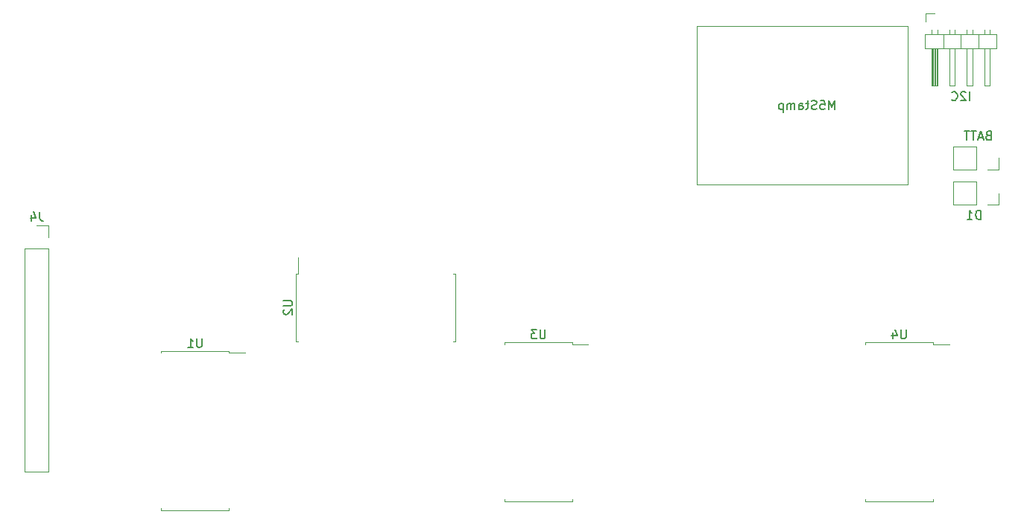
<source format=gbo>
%TF.GenerationSoftware,KiCad,Pcbnew,(5.1.8)-1*%
%TF.CreationDate,2021-11-23T00:18:45+09:00*%
%TF.ProjectId,pc1245,70633132-3435-42e6-9b69-6361645f7063,rev?*%
%TF.SameCoordinates,Original*%
%TF.FileFunction,Legend,Bot*%
%TF.FilePolarity,Positive*%
%FSLAX46Y46*%
G04 Gerber Fmt 4.6, Leading zero omitted, Abs format (unit mm)*
G04 Created by KiCad (PCBNEW (5.1.8)-1) date 2021-11-23 00:18:45*
%MOMM*%
%LPD*%
G01*
G04 APERTURE LIST*
%ADD10C,0.120000*%
%ADD11C,0.150000*%
G04 APERTURE END LIST*
D10*
%TO.C,M5Stamp*%
X161000000Y-86000000D02*
X185000000Y-86000000D01*
X161000000Y-68000000D02*
X161000000Y-86000000D01*
X185000000Y-68000000D02*
X161000000Y-68000000D01*
X185000000Y-86000000D02*
X185000000Y-68000000D01*
%TO.C,BATT*%
X190130000Y-84330000D02*
X190130000Y-81670000D01*
X192730000Y-84330000D02*
X190130000Y-84330000D01*
X192730000Y-81670000D02*
X190130000Y-81670000D01*
X192730000Y-84330000D02*
X192730000Y-81670000D01*
X194000000Y-84330000D02*
X195330000Y-84330000D01*
X195330000Y-84330000D02*
X195330000Y-83000000D01*
%TO.C,U1*%
X107860000Y-105185000D02*
X109675000Y-105185000D01*
X107860000Y-104940000D02*
X107860000Y-105185000D01*
X104000000Y-104940000D02*
X107860000Y-104940000D01*
X100140000Y-104940000D02*
X100140000Y-105185000D01*
X104000000Y-104940000D02*
X100140000Y-104940000D01*
X107860000Y-123060000D02*
X107860000Y-122815000D01*
X104000000Y-123060000D02*
X107860000Y-123060000D01*
X100140000Y-123060000D02*
X100140000Y-122815000D01*
X104000000Y-123060000D02*
X100140000Y-123060000D01*
%TO.C,U2*%
X133560000Y-100000000D02*
X133560000Y-103860000D01*
X133560000Y-103860000D02*
X133315000Y-103860000D01*
X133560000Y-100000000D02*
X133560000Y-96140000D01*
X133560000Y-96140000D02*
X133315000Y-96140000D01*
X115440000Y-100000000D02*
X115440000Y-103860000D01*
X115440000Y-103860000D02*
X115685000Y-103860000D01*
X115440000Y-100000000D02*
X115440000Y-96140000D01*
X115440000Y-96140000D02*
X115685000Y-96140000D01*
X115685000Y-96140000D02*
X115685000Y-94325000D01*
%TO.C,U3*%
X143000000Y-122060000D02*
X139140000Y-122060000D01*
X139140000Y-122060000D02*
X139140000Y-121815000D01*
X143000000Y-122060000D02*
X146860000Y-122060000D01*
X146860000Y-122060000D02*
X146860000Y-121815000D01*
X143000000Y-103940000D02*
X139140000Y-103940000D01*
X139140000Y-103940000D02*
X139140000Y-104185000D01*
X143000000Y-103940000D02*
X146860000Y-103940000D01*
X146860000Y-103940000D02*
X146860000Y-104185000D01*
X146860000Y-104185000D02*
X148675000Y-104185000D01*
%TO.C,U4*%
X187860000Y-104185000D02*
X189675000Y-104185000D01*
X187860000Y-103940000D02*
X187860000Y-104185000D01*
X184000000Y-103940000D02*
X187860000Y-103940000D01*
X180140000Y-103940000D02*
X180140000Y-104185000D01*
X184000000Y-103940000D02*
X180140000Y-103940000D01*
X187860000Y-122060000D02*
X187860000Y-121815000D01*
X184000000Y-122060000D02*
X187860000Y-122060000D01*
X180140000Y-122060000D02*
X180140000Y-121815000D01*
X184000000Y-122060000D02*
X180140000Y-122060000D01*
%TO.C,J4*%
X87330000Y-90670000D02*
X86000000Y-90670000D01*
X87330000Y-92000000D02*
X87330000Y-90670000D01*
X87330000Y-93270000D02*
X84670000Y-93270000D01*
X84670000Y-93270000D02*
X84670000Y-118730000D01*
X87330000Y-93270000D02*
X87330000Y-118730000D01*
X87330000Y-118730000D02*
X84670000Y-118730000D01*
%TO.C,I2C*%
X187000000Y-66500000D02*
X187000000Y-67500000D01*
X188000000Y-66500000D02*
X187000000Y-66500000D01*
X194310000Y-68382114D02*
X194310000Y-68940000D01*
X193690000Y-68382114D02*
X193690000Y-68940000D01*
X194310000Y-74760000D02*
X194310000Y-70560000D01*
X193690000Y-74760000D02*
X194310000Y-74760000D01*
X193690000Y-70560000D02*
X193690000Y-74760000D01*
X193000000Y-68940000D02*
X193000000Y-70560000D01*
X192310000Y-68382114D02*
X192310000Y-68940000D01*
X191690000Y-68382114D02*
X191690000Y-68940000D01*
X192310000Y-74760000D02*
X192310000Y-70560000D01*
X191690000Y-74760000D02*
X192310000Y-74760000D01*
X191690000Y-70560000D02*
X191690000Y-74760000D01*
X191000000Y-68940000D02*
X191000000Y-70560000D01*
X190310000Y-68382114D02*
X190310000Y-68940000D01*
X189690000Y-68382114D02*
X189690000Y-68940000D01*
X190310000Y-74760000D02*
X190310000Y-70560000D01*
X189690000Y-74760000D02*
X190310000Y-74760000D01*
X189690000Y-70560000D02*
X189690000Y-74760000D01*
X189000000Y-68940000D02*
X189000000Y-70560000D01*
X188310000Y-68435000D02*
X188310000Y-68940000D01*
X187690000Y-68435000D02*
X187690000Y-68940000D01*
X188230000Y-70560000D02*
X188230000Y-74760000D01*
X188110000Y-70560000D02*
X188110000Y-74760000D01*
X187990000Y-70560000D02*
X187990000Y-74760000D01*
X187870000Y-70560000D02*
X187870000Y-74760000D01*
X187750000Y-70560000D02*
X187750000Y-74760000D01*
X188310000Y-74760000D02*
X188310000Y-70560000D01*
X187690000Y-74760000D02*
X188310000Y-74760000D01*
X187690000Y-70560000D02*
X187690000Y-74760000D01*
X186940000Y-70560000D02*
X186940000Y-68940000D01*
X195060000Y-70560000D02*
X186940000Y-70560000D01*
X195060000Y-68940000D02*
X195060000Y-70560000D01*
X186940000Y-68940000D02*
X195060000Y-68940000D01*
%TO.C,D1*%
X195330000Y-88330000D02*
X195330000Y-87000000D01*
X194000000Y-88330000D02*
X195330000Y-88330000D01*
X192730000Y-88330000D02*
X192730000Y-85670000D01*
X192730000Y-85670000D02*
X190130000Y-85670000D01*
X192730000Y-88330000D02*
X190130000Y-88330000D01*
X190130000Y-88330000D02*
X190130000Y-85670000D01*
%TO.C,M5Stamp*%
D11*
X176642857Y-77452380D02*
X176642857Y-76452380D01*
X176309523Y-77166666D01*
X175976190Y-76452380D01*
X175976190Y-77452380D01*
X175023809Y-76452380D02*
X175500000Y-76452380D01*
X175547619Y-76928571D01*
X175500000Y-76880952D01*
X175404761Y-76833333D01*
X175166666Y-76833333D01*
X175071428Y-76880952D01*
X175023809Y-76928571D01*
X174976190Y-77023809D01*
X174976190Y-77261904D01*
X175023809Y-77357142D01*
X175071428Y-77404761D01*
X175166666Y-77452380D01*
X175404761Y-77452380D01*
X175500000Y-77404761D01*
X175547619Y-77357142D01*
X174595238Y-77404761D02*
X174452380Y-77452380D01*
X174214285Y-77452380D01*
X174119047Y-77404761D01*
X174071428Y-77357142D01*
X174023809Y-77261904D01*
X174023809Y-77166666D01*
X174071428Y-77071428D01*
X174119047Y-77023809D01*
X174214285Y-76976190D01*
X174404761Y-76928571D01*
X174500000Y-76880952D01*
X174547619Y-76833333D01*
X174595238Y-76738095D01*
X174595238Y-76642857D01*
X174547619Y-76547619D01*
X174500000Y-76500000D01*
X174404761Y-76452380D01*
X174166666Y-76452380D01*
X174023809Y-76500000D01*
X173738095Y-76785714D02*
X173357142Y-76785714D01*
X173595238Y-76452380D02*
X173595238Y-77309523D01*
X173547619Y-77404761D01*
X173452380Y-77452380D01*
X173357142Y-77452380D01*
X172595238Y-77452380D02*
X172595238Y-76928571D01*
X172642857Y-76833333D01*
X172738095Y-76785714D01*
X172928571Y-76785714D01*
X173023809Y-76833333D01*
X172595238Y-77404761D02*
X172690476Y-77452380D01*
X172928571Y-77452380D01*
X173023809Y-77404761D01*
X173071428Y-77309523D01*
X173071428Y-77214285D01*
X173023809Y-77119047D01*
X172928571Y-77071428D01*
X172690476Y-77071428D01*
X172595238Y-77023809D01*
X172119047Y-77452380D02*
X172119047Y-76785714D01*
X172119047Y-76880952D02*
X172071428Y-76833333D01*
X171976190Y-76785714D01*
X171833333Y-76785714D01*
X171738095Y-76833333D01*
X171690476Y-76928571D01*
X171690476Y-77452380D01*
X171690476Y-76928571D02*
X171642857Y-76833333D01*
X171547619Y-76785714D01*
X171404761Y-76785714D01*
X171309523Y-76833333D01*
X171261904Y-76928571D01*
X171261904Y-77452380D01*
X170785714Y-76785714D02*
X170785714Y-77785714D01*
X170785714Y-76833333D02*
X170690476Y-76785714D01*
X170500000Y-76785714D01*
X170404761Y-76833333D01*
X170357142Y-76880952D01*
X170309523Y-76976190D01*
X170309523Y-77261904D01*
X170357142Y-77357142D01*
X170404761Y-77404761D01*
X170500000Y-77452380D01*
X170690476Y-77452380D01*
X170785714Y-77404761D01*
%TO.C,BATT*%
X194119047Y-80428571D02*
X193976190Y-80476190D01*
X193928571Y-80523809D01*
X193880952Y-80619047D01*
X193880952Y-80761904D01*
X193928571Y-80857142D01*
X193976190Y-80904761D01*
X194071428Y-80952380D01*
X194452380Y-80952380D01*
X194452380Y-79952380D01*
X194119047Y-79952380D01*
X194023809Y-80000000D01*
X193976190Y-80047619D01*
X193928571Y-80142857D01*
X193928571Y-80238095D01*
X193976190Y-80333333D01*
X194023809Y-80380952D01*
X194119047Y-80428571D01*
X194452380Y-80428571D01*
X193500000Y-80666666D02*
X193023809Y-80666666D01*
X193595238Y-80952380D02*
X193261904Y-79952380D01*
X192928571Y-80952380D01*
X192738095Y-79952380D02*
X192166666Y-79952380D01*
X192452380Y-80952380D02*
X192452380Y-79952380D01*
X191976190Y-79952380D02*
X191404761Y-79952380D01*
X191690476Y-80952380D02*
X191690476Y-79952380D01*
%TO.C,U1*%
X104761904Y-103552380D02*
X104761904Y-104361904D01*
X104714285Y-104457142D01*
X104666666Y-104504761D01*
X104571428Y-104552380D01*
X104380952Y-104552380D01*
X104285714Y-104504761D01*
X104238095Y-104457142D01*
X104190476Y-104361904D01*
X104190476Y-103552380D01*
X103190476Y-104552380D02*
X103761904Y-104552380D01*
X103476190Y-104552380D02*
X103476190Y-103552380D01*
X103571428Y-103695238D01*
X103666666Y-103790476D01*
X103761904Y-103838095D01*
%TO.C,U2*%
X114052380Y-99238095D02*
X114861904Y-99238095D01*
X114957142Y-99285714D01*
X115004761Y-99333333D01*
X115052380Y-99428571D01*
X115052380Y-99619047D01*
X115004761Y-99714285D01*
X114957142Y-99761904D01*
X114861904Y-99809523D01*
X114052380Y-99809523D01*
X114147619Y-100238095D02*
X114100000Y-100285714D01*
X114052380Y-100380952D01*
X114052380Y-100619047D01*
X114100000Y-100714285D01*
X114147619Y-100761904D01*
X114242857Y-100809523D01*
X114338095Y-100809523D01*
X114480952Y-100761904D01*
X115052380Y-100190476D01*
X115052380Y-100809523D01*
%TO.C,U3*%
X143761904Y-102552380D02*
X143761904Y-103361904D01*
X143714285Y-103457142D01*
X143666666Y-103504761D01*
X143571428Y-103552380D01*
X143380952Y-103552380D01*
X143285714Y-103504761D01*
X143238095Y-103457142D01*
X143190476Y-103361904D01*
X143190476Y-102552380D01*
X142809523Y-102552380D02*
X142190476Y-102552380D01*
X142523809Y-102933333D01*
X142380952Y-102933333D01*
X142285714Y-102980952D01*
X142238095Y-103028571D01*
X142190476Y-103123809D01*
X142190476Y-103361904D01*
X142238095Y-103457142D01*
X142285714Y-103504761D01*
X142380952Y-103552380D01*
X142666666Y-103552380D01*
X142761904Y-103504761D01*
X142809523Y-103457142D01*
%TO.C,U4*%
X184761904Y-102552380D02*
X184761904Y-103361904D01*
X184714285Y-103457142D01*
X184666666Y-103504761D01*
X184571428Y-103552380D01*
X184380952Y-103552380D01*
X184285714Y-103504761D01*
X184238095Y-103457142D01*
X184190476Y-103361904D01*
X184190476Y-102552380D01*
X183285714Y-102885714D02*
X183285714Y-103552380D01*
X183523809Y-102504761D02*
X183761904Y-103219047D01*
X183142857Y-103219047D01*
%TO.C,J4*%
X86333333Y-89122380D02*
X86333333Y-89836666D01*
X86380952Y-89979523D01*
X86476190Y-90074761D01*
X86619047Y-90122380D01*
X86714285Y-90122380D01*
X85428571Y-89455714D02*
X85428571Y-90122380D01*
X85666666Y-89074761D02*
X85904761Y-89789047D01*
X85285714Y-89789047D01*
%TO.C,I2C*%
X191976190Y-76452380D02*
X191976190Y-75452380D01*
X191547619Y-75547619D02*
X191500000Y-75500000D01*
X191404761Y-75452380D01*
X191166666Y-75452380D01*
X191071428Y-75500000D01*
X191023809Y-75547619D01*
X190976190Y-75642857D01*
X190976190Y-75738095D01*
X191023809Y-75880952D01*
X191595238Y-76452380D01*
X190976190Y-76452380D01*
X189976190Y-76357142D02*
X190023809Y-76404761D01*
X190166666Y-76452380D01*
X190261904Y-76452380D01*
X190404761Y-76404761D01*
X190500000Y-76309523D01*
X190547619Y-76214285D01*
X190595238Y-76023809D01*
X190595238Y-75880952D01*
X190547619Y-75690476D01*
X190500000Y-75595238D01*
X190404761Y-75500000D01*
X190261904Y-75452380D01*
X190166666Y-75452380D01*
X190023809Y-75500000D01*
X189976190Y-75547619D01*
%TO.C,D1*%
X193238095Y-89952380D02*
X193238095Y-88952380D01*
X193000000Y-88952380D01*
X192857142Y-89000000D01*
X192761904Y-89095238D01*
X192714285Y-89190476D01*
X192666666Y-89380952D01*
X192666666Y-89523809D01*
X192714285Y-89714285D01*
X192761904Y-89809523D01*
X192857142Y-89904761D01*
X193000000Y-89952380D01*
X193238095Y-89952380D01*
X191714285Y-89952380D02*
X192285714Y-89952380D01*
X192000000Y-89952380D02*
X192000000Y-88952380D01*
X192095238Y-89095238D01*
X192190476Y-89190476D01*
X192285714Y-89238095D01*
%TD*%
M02*

</source>
